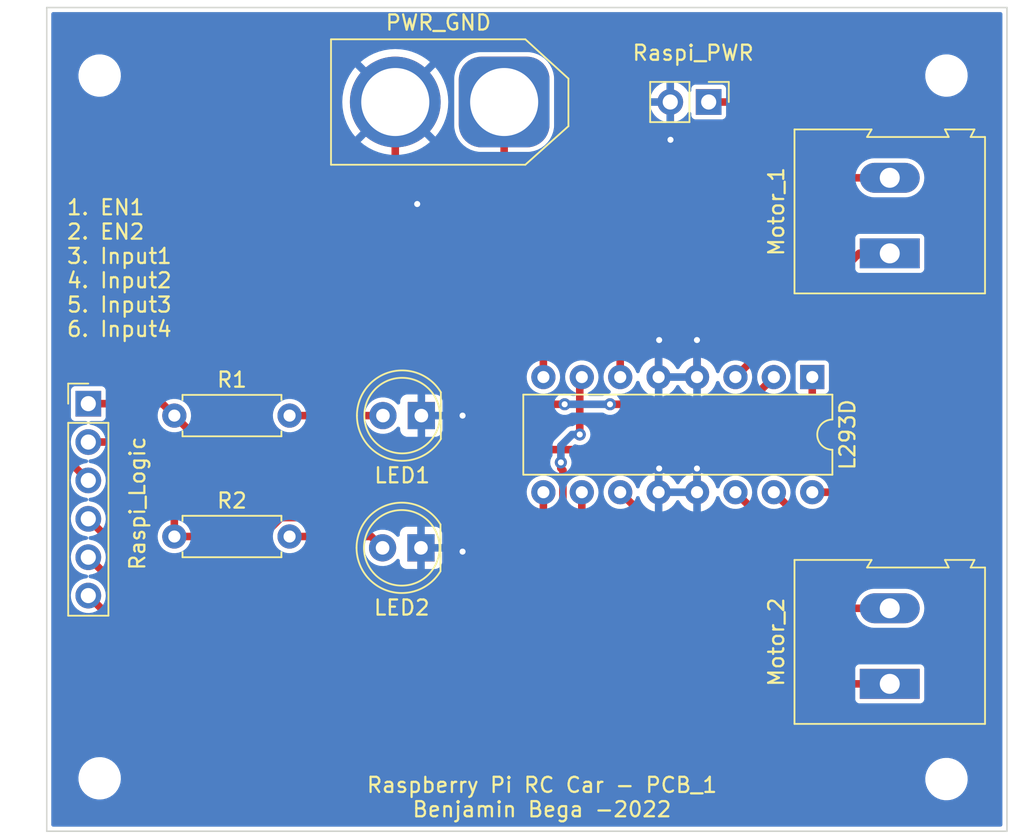
<source format=kicad_pcb>
(kicad_pcb (version 20211014) (generator pcbnew)
  (layers (0 "F.Cu" signal) (31 "B.Cu" power) (34 "B.Paste" user) (35 "F.Paste" user) (36 "B.SilkS" user "B.Silkscreen") (37 "F.SilkS" user "F.Silkscreen") (38 "B.Mask" user) (39 "F.Mask" user) (44 "Edge.Cuts" user))
  (net 0 "")
  (net 1 "GND")
  (net 2 "+7.5V")
  (net 3 "+5V")
  (net 4 "Net-(L293D1-Pad2)")
  (net 5 "Net-(LED1-Pad2)")
  (net 6 "Net-(LED2-Pad2)")
  (net 7 "Net-(L293D1-Pad3)")
  (net 8 "Net-(L293D1-Pad6)")
  (net 9 "Net-(L293D1-Pad7)")
  (net 10 "Net-(L293D1-Pad10)")
  (net 11 "Net-(L293D1-Pad11)")
  (net 12 "Net-(L293D1-Pad14)")
  (net 13 "Net-(L293D1-Pad15)")
  (net 14 "Net-(L293D1-Pad1)")
  (net 15 "Net-(L293D1-Pad9)")
  (footprint "Connector_AMASS:AMASS_XT60-F_1x02_P7.20mm_Vertical" (layer "F.Cu") (at 175.75 78.25 180)
    (fp_text reference "PWR_GND" (at 4.35 5.25) (layer "F.SilkS"))
    (fp_text value "PWR_GND")
    (fp_line (start -1.4 4.15) (end 11.45 4.15) (layer "F.SilkS") (width 0.12))
    (fp_line (start -4.25 1.55) (end -1.4 4.15) (layer "F.SilkS") (width 0.12))
    (fp_line (start 11.45 -4.15) (end -1.4 -4.15) (layer "F.SilkS") (width 0.12))
    (fp_line (start -4.25 -1.6) (end -4.25 1.55) (layer "F.SilkS") (width 0.12))
    (fp_line (start -1.4 -4.15) (end -4.25 -1.6) (layer "F.SilkS") (width 0.12))
    (fp_line (start 11.45 4.15) (end 11.45 -4.15) (layer "F.SilkS") (width 0.12))
    (pad "1" thru_hole roundrect (at 0 0 180) (size 6 6) (drill 4.5) (layers *.Cu *.Mask) (net 2 "+7.5V"))
    (pad "2" thru_hole circle (at 7.2 0 180) (size 6 6) (drill 4.5) (layers *.Cu *.Mask) (net 1 "GND"))
  )
  (footprint "LED_THT:LED_D5.0mm" (layer "F.Cu") (at 170.275 99 180)
    (fp_text reference "LED1" (at 1.27 -3.96) (layer "F.SilkS"))
    (fp_text value "LED1")
    (fp_line (start -1.29 -1.545) (end -1.29 1.545) (layer "F.SilkS") (width 0.12))
    (fp_arc (start 4.26 -0.000462) (mid 2.072002 2.880433) (end -1.29 1.54483) (layer "F.SilkS") (width 0.12))
    (fp_arc (start -1.29 -1.54483) (mid 2.072002 -2.880433) (end 4.26 0.000462) (layer "F.SilkS") (width 0.12))
    (fp_circle (center 1.27 0) (end 3.77 0) (layer "F.SilkS") (width 0.12) (fill none))
    (pad "1" thru_hole rect (at 0 0 180) (size 1.8 1.8) (drill 0.9) (layers *.Cu *.Mask) (net 1 "GND"))
    (pad "2" thru_hole circle (at 2.54 0 180) (size 1.8 1.8) (drill 0.9) (layers *.Cu *.Mask) (net 5 "Net-(LED1-Pad2)"))
  )
  (footprint "MountingHole:MountingHole_2.2mm_M2" (layer "F.Cu") (at 205 123.05)
    (fp_text reference "H3" hide)
    (fp_text value "MountingHole")
    (pad "" np_thru_hole circle (at 0 0) (size 2.2 2.2) (drill 2.2) (layers *.Cu *.Mask))
  )
  (footprint "Resistor_THT:R_Axial_DIN0207_L6.3mm_D2.5mm_P7.62mm_Horizontal" (layer "F.Cu") (at 153.94 99)
    (fp_text reference "R1" (at 3.81 -2.37) (layer "F.SilkS"))
    (fp_text value "3.3k")
    (fp_line (start 0.54 1.04) (end 0.54 1.37) (layer "F.SilkS") (width 0.12))
    (fp_line (start 7.08 -1.37) (end 7.08 -1.04) (layer "F.SilkS") (width 0.12))
    (fp_line (start 0.54 1.37) (end 7.08 1.37) (layer "F.SilkS") (width 0.12))
    (fp_line (start 0.54 -1.37) (end 7.08 -1.37) (layer "F.SilkS") (width 0.12))
    (fp_line (start 7.08 1.37) (end 7.08 1.04) (layer "F.SilkS") (width 0.12))
    (fp_line (start 0.54 -1.04) (end 0.54 -1.37) (layer "F.SilkS") (width 0.12))
    (pad "1" thru_hole circle (at 0 0) (size 1.6 1.6) (drill 0.8) (layers *.Cu *.Mask) (net 14 "Net-(L293D1-Pad1)"))
    (pad "2" thru_hole oval (at 7.62 0) (size 1.6 1.6) (drill 0.8) (layers *.Cu *.Mask) (net 5 "Net-(LED1-Pad2)"))
  )
  (footprint "Connector_PinHeader_2.54mm:PinHeader_1x06_P2.54mm_Vertical" (layer "F.Cu") (at 148.25 98.21)
    (fp_text reference "Raspi_Logic" (at 3.25 6.6 90) (layer "F.SilkS"))
    (fp_text value "PiLogicHeaders")
    (fp_line (start -1.33 0) (end -1.33 -1.33) (layer "F.SilkS") (width 0.12))
    (fp_line (start -1.33 1.27) (end -1.33 14.03) (layer "F.SilkS") (width 0.12))
    (fp_line (start 1.33 1.27) (end 1.33 14.03) (layer "F.SilkS") (width 0.12))
    (fp_line (start -1.33 1.27) (end 1.33 1.27) (layer "F.SilkS") (width 0.12))
    (fp_line (start -1.33 14.03) (end 1.33 14.03) (layer "F.SilkS") (width 0.12))
    (fp_line (start -1.33 -1.33) (end 0 -1.33) (layer "F.SilkS") (width 0.12))
    (pad "1" thru_hole rect (at 0 0) (size 1.7 1.7) (drill 1) (layers *.Cu *.Mask) (net 14 "Net-(L293D1-Pad1)"))
    (pad "2" thru_hole oval (at 0 2.54) (size 1.7 1.7) (drill 1) (layers *.Cu *.Mask) (net 15 "Net-(L293D1-Pad9)"))
    (pad "3" thru_hole oval (at 0 5.08) (size 1.7 1.7) (drill 1) (layers *.Cu *.Mask) (net 4 "Net-(L293D1-Pad2)"))
    (pad "4" thru_hole oval (at 0 7.62) (size 1.7 1.7) (drill 1) (layers *.Cu *.Mask) (net 9 "Net-(L293D1-Pad7)"))
    (pad "5" thru_hole oval (at 0 10.16) (size 1.7 1.7) (drill 1) (layers *.Cu *.Mask) (net 10 "Net-(L293D1-Pad10)"))
    (pad "6" thru_hole oval (at 0 12.7) (size 1.7 1.7) (drill 1) (layers *.Cu *.Mask) (net 13 "Net-(L293D1-Pad15)"))
  )
  (footprint "TerminalBlock:TerminalBlock_Altech_AK300-2_P5.00mm" (layer "F.Cu") (at 201.25 88.265 90)
    (fp_text reference "Motor_1" (at 2.765 -7.5 90) (layer "F.SilkS"))
    (fp_text value "MotorTerminal1")
    (fp_line (start 7.7 6.3) (end 7.7 5.35) (layer "F.SilkS") (width 0.12))
    (fp_line (start 7.7 5.35) (end 8.2 5.6) (layer "F.SilkS") (width 0.12))
    (fp_line (start 8.2 5.6) (end 8.2 3.7) (layer "F.SilkS") (width 0.12))
    (fp_line (start 8.2 3.7) (end 8.2 3.65) (layer "F.SilkS") (width 0.12))
    (fp_line (start 8.2 -1.2) (end 8.2 -6.3) (layer "F.SilkS") (width 0.12))
    (fp_line (start -2.65 -6.3) (end -2.65 6.3) (layer "F.SilkS") (width 0.12))
    (fp_line (start 7.7 -1.5) (end 8.2 -1.2) (layer "F.SilkS") (width 0.12))
    (fp_line (start 7.7 3.9) (end 7.7 -1.5) (layer "F.SilkS") (width 0.12))
    (fp_line (start -2.65 6.3) (end 7.7 6.3) (layer "F.SilkS") (width 0.12))
    (fp_line (start 8.2 3.65) (end 7.7 3.9) (layer "F.SilkS") (width 0.12))
    (fp_line (start 8.2 -6.3) (end -2.65 -6.3) (layer "F.SilkS") (width 0.12))
    (pad "1" thru_hole rect (at 0 0 90) (size 1.98 3.96) (drill 1.32) (layers *.Cu *.Mask) (net 7 "Net-(L293D1-Pad3)"))
    (pad "2" thru_hole oval (at 5 0 90) (size 1.98 3.96) (drill 1.32) (layers *.Cu *.Mask) (net 8 "Net-(L293D1-Pad6)"))
  )
  (footprint "MountingHole:MountingHole_2.2mm_M2" (layer "F.Cu") (at 149 76.5)
    (fp_text reference "H1" hide)
    (fp_text value "MountingHole")
    (pad "" np_thru_hole circle (at 0 0) (size 2.2 2.2) (drill 2.2) (layers *.Cu *.Mask))
  )
  (footprint "Resistor_THT:R_Axial_DIN0207_L6.3mm_D2.5mm_P7.62mm_Horizontal" (layer "F.Cu") (at 153.94 107)
    (fp_text reference "R2" (at 3.81 -2.37) (layer "F.SilkS"))
    (fp_text value "3.3k")
    (fp_line (start 0.54 1.04) (end 0.54 1.37) (layer "F.SilkS") (width 0.12))
    (fp_line (start 0.54 -1.04) (end 0.54 -1.37) (layer "F.SilkS") (width 0.12))
    (fp_line (start 0.54 -1.37) (end 7.08 -1.37) (layer "F.SilkS") (width 0.12))
    (fp_line (start 0.54 1.37) (end 7.08 1.37) (layer "F.SilkS") (width 0.12))
    (fp_line (start 7.08 1.37) (end 7.08 1.04) (layer "F.SilkS") (width 0.12))
    (fp_line (start 7.08 -1.37) (end 7.08 -1.04) (layer "F.SilkS") (width 0.12))
    (pad "1" thru_hole circle (at 0 0) (size 1.6 1.6) (drill 0.8) (layers *.Cu *.Mask) (net 15 "Net-(L293D1-Pad9)"))
    (pad "2" thru_hole oval (at 7.62 0) (size 1.6 1.6) (drill 0.8) (layers *.Cu *.Mask) (net 6 "Net-(LED2-Pad2)"))
  )
  (footprint "MountingHole:MountingHole_2.2mm_M2" (layer "F.Cu") (at 149 123)
    (fp_text reference "H4" hide)
    (fp_text value "MountingHole")
    (pad "" np_thru_hole circle (at 0 0) (size 2.2 2.2) (drill 2.2) (layers *.Cu *.Mask))
  )
  (footprint "TerminalBlock:TerminalBlock_Altech_AK300-2_P5.00mm" (layer "F.Cu") (at 201.25 116.75 90)
    (fp_text reference "Motor_2" (at 2.765 -7.5 90) (layer "F.SilkS"))
    (fp_text value "MotorTerminal2")
    (fp_line (start 7.7 3.9) (end 7.7 -1.5) (layer "F.SilkS") (width 0.12))
    (fp_line (start 8.2 3.7) (end 8.2 3.65) (layer "F.SilkS") (width 0.12))
    (fp_line (start 8.2 5.6) (end 8.2 3.7) (layer "F.SilkS") (width 0.12))
    (fp_line (start 8.2 -6.3) (end -2.65 -6.3) (layer "F.SilkS") (width 0.12))
    (fp_line (start 7.7 6.3) (end 7.7 5.35) (layer "F.SilkS") (width 0.12))
    (fp_line (start 7.7 5.35) (end 8.2 5.6) (layer "F.SilkS") (width 0.12))
    (fp_line (start -2.65 6.3) (end 7.7 6.3) (layer "F.SilkS") (width 0.12))
    (fp_line (start 8.2 -1.2) (end 8.2 -6.3) (layer "F.SilkS") (width 0.12))
    (fp_line (start 8.2 3.65) (end 7.7 3.9) (layer "F.SilkS") (width 0.12))
    (fp_line (start -2.65 -6.3) (end -2.65 6.3) (layer "F.SilkS") (width 0.12))
    (fp_line (start 7.7 -1.5) (end 8.2 -1.2) (layer "F.SilkS") (width 0.12))
    (pad "1" thru_hole rect (at 0 0 90) (size 1.98 3.96) (drill 1.32) (layers *.Cu *.Mask) (net 11 "Net-(L293D1-Pad11)"))
    (pad "2" thru_hole oval (at 5 0 90) (size 1.98 3.96) (drill 1.32) (layers *.Cu *.Mask) (net 12 "Net-(L293D1-Pad14)"))
  )
  (footprint "MountingHole:MountingHole_2.2mm_M2" (layer "F.Cu") (at 205 76.5)
    (fp_text reference "H2" hide)
    (fp_text value "MountingHole")
    (pad "" np_thru_hole circle (at 0 0) (size 2.2 2.2) (drill 2.2) (layers *.Cu *.Mask))
  )
  (footprint "LED_THT:LED_D5.0mm" (layer "F.Cu") (at 170.25 107.75 180)
    (fp_text reference "LED2" (at 1.27 -3.96) (layer "F.SilkS"))
    (fp_text value "LED2")
    (fp_line (start -1.29 -1.545) (end -1.29 1.545) (layer "F.SilkS") (width 0.12))
    (fp_arc (start 4.26 -0.000462) (mid 2.072002 2.880433) (end -1.29 1.54483) (layer "F.SilkS") (width 0.12))
    (fp_arc (start -1.29 -1.54483) (mid 2.072002 -2.880433) (end 4.26 0.000462) (layer "F.SilkS") (width 0.12))
    (fp_circle (center 1.27 0) (end 3.77 0) (layer "F.SilkS") (width 0.12) (fill none))
    (pad "1" thru_hole rect (at 0 0 180) (size 1.8 1.8) (drill 0.9) (layers *.Cu *.Mask) (net 1 "GND"))
    (pad "2" thru_hole circle (at 2.54 0 180) (size 1.8 1.8) (drill 0.9) (layers *.Cu *.Mask) (net 6 "Net-(LED2-Pad2)"))
  )
  (footprint "Package_DIP:DIP-16_W7.62mm" (layer "F.Cu") (at 196.125 96.45 -90)
    (fp_text reference "L293D" (at 3.81 -2.33 90) (layer "F.SilkS"))
    (fp_text value "L293D")
    (fp_line (start 6.46 19.11) (end 6.46 -1.33) (layer "F.SilkS") (width 0.12))
    (fp_line (start 1.16 -1.33) (end 1.16 19.11) (layer "F.SilkS") (width 0.12))
    (fp_line (start 2.81 -1.33) (end 1.16 -1.33) (layer "F.SilkS") (width 0.12))
    (fp_line (start 6.46 -1.33) (end 4.81 -1.33) (layer "F.SilkS") (width 0.12))
    (fp_line (start 1.16 19.11) (end 6.46 19.11) (layer "F.SilkS") (width 0.12))
    (fp_arc (start 4.81 -1.33) (mid 3.81 -0.33) (end 2.81 -1.33) (layer "F.SilkS") (width 0.12))
    (pad "1" thru_hole rect (at 0 0 270) (size 1.6 1.6) (drill 0.8) (layers *.Cu *.Mask) (net 14 "Net-(L293D1-Pad1)"))
    (pad "2" thru_hole oval (at 0 2.54 270) (size 1.6 1.6) (drill 0.8) (layers *.Cu *.Mask) (net 4 "Net-(L293D1-Pad2)"))
    (pad "3" thru_hole oval (at 0 5.08 270) (size 1.6 1.6) (drill 0.8) (layers *.Cu *.Mask) (net 7 "Net-(L293D1-Pad3)"))
    (pad "4" thru_hole oval (at 0 7.62 270) (size 1.6 1.6) (drill 0.8) (layers *.Cu *.Mask) (net 1 "GND"))
    (pad "5" thru_hole oval (at 0 10.16 270) (size 1.6 1.6) (drill 0.8) (layers *.Cu *.Mask) (net 1 "GND"))
    (pad "6" thru_hole oval (at 0 12.7 270) (size 1.6 1.6) (drill 0.8) (layers *.Cu *.Mask) (net 8 "Net-(L293D1-Pad6)"))
    (pad "7" thru_hole oval (at 0 15.24 270) (size 1.6 1.6) (drill 0.8) (layers *.Cu *.Mask) (net 9 "Net-(L293D1-Pad7)"))
    (pad "8" thru_hole oval (at 0 17.78 270) (size 1.6 1.6) (drill 0.8) (layers *.Cu *.Mask) (net 2 "+7.5V"))
    (pad "9" thru_hole oval (at 7.62 17.78 270) (size 1.6 1.6) (drill 0.8) (layers *.Cu *.Mask) (net 15 "Net-(L293D1-Pad9)"))
    (pad "10" thru_hole oval (at 7.62 15.24 270) (size 1.6 1.6) (drill 0.8) (layers *.Cu *.Mask) (net 10 "Net-(L293D1-Pad10)"))
    (pad "11" thru_hole oval (at 7.62 12.7 270) (size 1.6 1.6) (drill 0.8) (layers *.Cu *.Mask) (net 11 "Net-(L293D1-Pad11)"))
    (pad "12" thru_hole oval (at 7.62 10.16 270) (size 1.6 1.6) (drill 0.8) (layers *.Cu *.Mask) (net 1 "GND"))
    (pad "13" thru_hole oval (at 7.62 7.62 270) (size 1.6 1.6) (drill 0.8) (layers *.Cu *.Mask) (net 1 "GND"))
    (pad "14" thru_hole oval (at 7.62 5.08 270) (size 1.6 1.6) (drill 0.8) (layers *.Cu *.Mask) (net 12 "Net-(L293D1-Pad14)"))
    (pad "15" thru_hole oval (at 7.62 2.54 270) (size 1.6 1.6) (drill 0.8) (layers *.Cu *.Mask) (net 13 "Net-(L293D1-Pad15)"))
    (pad "16" thru_hole oval (at 7.62 0 270) (size 1.6 1.6) (drill 0.8) (layers *.Cu *.Mask) (net 3 "+5V"))
  )
  (footprint "Connector_PinHeader_2.54mm:PinHeader_1x02_P2.54mm_Vertical" (layer "F.Cu") (at 189.275 78.25 -90)
    (fp_text reference "Raspi_PWR" (at -3.25 1.025) (layer "F.SilkS"))
    (fp_text value "RaspiPWR/GND")
    (fp_line (start -1.33 -1.33) (end 0 -1.33) (layer "F.SilkS") (width 0.12))
    (fp_line (start -1.33 0) (end -1.33 -1.33) (layer "F.SilkS") (width 0.12))
    (fp_line (start -1.33 1.27) (end 1.33 1.27) (layer "F.SilkS") (width 0.12))
    (fp_line (start -1.33 1.27) (end -1.33 3.87) (layer "F.SilkS") (width 0.12))
    (fp_line (start 1.33 1.27) (end 1.33 3.87) (layer "F.SilkS") (width 0.12))
    (fp_line (start -1.33 3.87) (end 1.33 3.87) (layer "F.SilkS") (width 0.12))
    (pad "1" thru_hole rect (at 0 0 270) (size 1.7 1.7) (drill 1) (layers *.Cu *.Mask) (net 3 "+5V"))
    (pad "2" thru_hole oval (at 0 2.54 270) (size 1.7 1.7) (drill 1) (layers *.Cu *.Mask) (net 1 "GND"))
  )
  (gr_line (start 209 72) (end 209 126.5) (layer "Edge.Cuts") (width 0.1))
  (gr_line (start 145.5 72) (end 145.5 126.5) (layer "Edge.Cuts") (width 0.1))
  (gr_line (start 145.5 72) (end 209 72) (layer "Edge.Cuts") (width 0.1))
  (gr_line (start 145.5 126.5) (end 209 126.5) (layer "Edge.Cuts") (width 0.1))
  (gr_text "1. EN1\n2. EN2\n3. Input1\n4. Input2\n5. Input3\n6. Input4" (at 146.75 89.25) (layer "F.SilkS") (effects (font (size 1 1)) (justify left)))
  (gr_text "Raspberry Pi RC Car - PCB_1\nBenjamin Bega -2022" (at 178.25 124.25) (layer "F.SilkS") (effects (font (size 1 1))))
  (segment (start 188.505 94.005) (end 188.5 94) (width 0.5) (layer "F.Cu") (net 1))
  (segment (start 185.965 104.07) (end 185.965 102.535) (width 0.5) (layer "F.Cu") (net 1))
  (segment (start 186.735 80.735) (end 186.75 80.75) (width 0.5) (layer "F.Cu") (net 1))
  (segment (start 170.25 107.75) (end 172.75 107.75) (width 0.25) (layer "F.Cu") (net 1))
  (segment (start 186.735 78.25) (end 186.735 80.735) (width 0.5) (layer "F.Cu") (net 1))
  (segment (start 168.55 83.55) (end 170 85) (width 0.5) (layer "F.Cu") (net 1))
  (segment (start 185.965 102.535) (end 186 102.5) (width 0.5) (layer "F.Cu") (net 1))
  (segment (start 186 94) (end 185.965 94.035) (width 0.5) (layer "F.Cu") (net 1))
  (segment (start 185.965 94.035) (end 185.965 96.45) (width 0.5) (layer "F.Cu") (net 1))
  (segment (start 172.75 107.75) (end 173 108) (width 0.25) (layer "F.Cu") (net 1))
  (segment (start 188.505 96.45) (end 188.505 94.005) (width 0.5) (layer "F.Cu") (net 1))
  (segment (start 170.275 99) (end 173 99) (width 0.25) (layer "F.Cu") (net 1))
  (segment (start 168.55 78.25) (end 168.55 83.55) (width 0.5) (layer "F.Cu") (net 1))
  (segment (start 188.505 104.07) (end 188.505 102.505) (width 0.5) (layer "F.Cu") (net 1))
  (segment (start 188.505 102.505) (end 188.5 102.5) (width 0.5) (layer "F.Cu") (net 1))
  (via (at 173 99) (size 0.8) (drill 0.4) (layers "F.Cu" "B.Cu") (net 1))
  (via (at 186 102.5) (size 0.8) (drill 0.4) (layers "F.Cu" "B.Cu") (net 1))
  (via (at 170 85) (size 0.8) (drill 0.4) (layers "F.Cu" "B.Cu") (net 1))
  (via (at 173 108) (size 0.8) (drill 0.4) (layers "F.Cu" "B.Cu") (net 1))
  (via (at 188.5 102.5) (size 0.8) (drill 0.4) (layers "F.Cu" "B.Cu") (net 1))
  (via (at 186 94) (size 0.8) (drill 0.4) (layers "F.Cu" "B.Cu") (net 1))
  (via (at 186.75 80.75) (size 0.8) (drill 0.4) (layers "F.Cu" "B.Cu") (net 1))
  (via (at 188.5 94) (size 0.8) (drill 0.4) (layers "F.Cu" "B.Cu") (net 1))
  (segment (start 178.345 90.095) (end 175.75 87.5) (width 0.5) (layer "F.Cu") (net 2))
  (segment (start 178.345 96.45) (end 178.345 90.095) (width 0.5) (layer "F.Cu") (net 2))
  (segment (start 175.75 87.5) (end 175.75 78.25) (width 0.5) (layer "F.Cu") (net 2))
  (segment (start 193.5 78.25) (end 194.5 79.25) (width 0.5) (layer "F.Cu") (net 3))
  (segment (start 189.275 78.25) (end 193.5 78.25) (width 0.5) (layer "F.Cu") (net 3))
  (segment (start 194.5 79.25) (end 208.25 79.25) (width 0.5) (layer "F.Cu") (net 3))
  (segment (start 208.25 79.25) (end 208.25 94.5) (width 0.5) (layer "F.Cu") (net 3))
  (segment (start 208.25 94.5) (end 198.68 104.07) (width 0.5) (layer "F.Cu") (net 3))
  (segment (start 198.68 104.07) (end 196.125 104.07) (width 0.5) (layer "F.Cu") (net 3))
  (segment (start 182.75 98.25) (end 191.785 98.25) (width 0.5) (layer "F.Cu") (net 4))
  (segment (start 148.25 103.29) (end 146.950489 101.990489) (width 0.5) (layer "F.Cu") (net 4))
  (segment (start 174.75 95.25) (end 174.75 98.25) (width 0.5) (layer "F.Cu") (net 4))
  (segment (start 146.5 101.5) (end 146.950489 101.950489) (width 0.5) (layer "F.Cu") (net 4))
  (segment (start 174.75 98.25) (end 179.75 98.25) (width 0.5) (layer "F.Cu") (net 4))
  (segment (start 146.5 95.25) (end 146.5 101.5) (width 0.5) (layer "F.Cu") (net 4))
  (segment (start 146.5 95.25) (end 174.75 95.25) (width 0.5) (layer "F.Cu") (net 4))
  (segment (start 146.950489 101.990489) (end 146.950489 101.950489) (width 0.5) (layer "F.Cu") (net 4))
  (segment (start 191.785 98.25) (end 193.585 96.45) (width 0.5) (layer "F.Cu") (net 4))
  (via (at 182.75 98.25) (size 0.8) (drill 0.4) (layers "F.Cu" "B.Cu") (net 4))
  (via (at 179.75 98.25) (size 0.8) (drill 0.4) (layers "F.Cu" "B.Cu") (net 4))
  (segment (start 179.75 98.25) (end 182.75 98.25) (width 0.5) (layer "B.Cu") (net 4))
  (segment (start 161.56 99) (end 167.735 99) (width 0.5) (layer "F.Cu") (net 5))
  (segment (start 166.96 107) (end 167.71 107.75) (width 0.5) (layer "F.Cu") (net 6))
  (segment (start 161.56 107) (end 166.96 107) (width 0.5) (layer "F.Cu") (net 6))
  (segment (start 199.23 88.265) (end 191.045 96.45) (width 0.5) (layer "F.Cu") (net 7))
  (segment (start 201.25 88.265) (end 199.23 88.265) (width 0.5) (layer "F.Cu") (net 7))
  (segment (start 183.425 89.752213) (end 183.425 96.45) (width 0.5) (layer "F.Cu") (net 8))
  (segment (start 189.912213 83.265) (end 183.425 89.752213) (width 0.5) (layer "F.Cu") (net 8))
  (segment (start 201.25 83.265) (end 189.912213 83.265) (width 0.5) (layer "F.Cu") (net 8))
  (segment (start 179.5 102.0995) (end 179.5 102.479022) (width 0.5) (layer "F.Cu") (net 9))
  (segment (start 179.635489 102.614511) (end 179.635489 111.114511) (width 0.5) (layer "F.Cu") (net 9))
  (segment (start 179.5 102.479022) (end 179.635489 102.614511) (width 0.5) (layer "F.Cu") (net 9))
  (segment (start 178.25 112.5) (end 154.92 112.5) (width 0.5) (layer "F.Cu") (net 9))
  (segment (start 180.75 100.25) (end 180.75 96.585) (width 0.5) (layer "F.Cu") (net 9))
  (segment (start 179.635489 111.114511) (end 178.25 112.5) (width 0.5) (layer "F.Cu") (net 9))
  (segment (start 154.92 112.5) (end 148.25 105.83) (width 0.5) (layer "F.Cu") (net 9))
  (segment (start 180.75 96.585) (end 180.885 96.45) (width 0.5) (layer "F.Cu") (net 9))
  (via (at 180.75 100.25) (size 0.8) (drill 0.4) (layers "F.Cu" "B.Cu") (net 9))
  (via (at 179.5 102.0995) (size 0.8) (drill 0.4) (layers "F.Cu" "B.Cu") (net 9))
  (segment (start 179.5 102.0995) (end 179.5 101) (width 0.5) (layer "B.Cu") (net 9))
  (segment (start 180.25 100.25) (end 180.75 100.25) (width 0.5) (layer "B.Cu") (net 9))
  (segment (start 179.5 101) (end 180.25 100.25) (width 0.5) (layer "B.Cu") (net 9))
  (segment (start 148.25 108.37) (end 154.38 114.5) (width 0.5) (layer "F.Cu") (net 10))
  (segment (start 180.885 114.365) (end 180.885 104.07) (width 0.5) (layer "F.Cu") (net 10))
  (segment (start 154.38 114.5) (end 180.75 114.5) (width 0.5) (layer "F.Cu") (net 10))
  (segment (start 180.75 114.5) (end 180.885 114.365) (width 0.5) (layer "F.Cu") (net 10))
  (segment (start 196.105 116.75) (end 201.25 116.75) (width 0.5) (layer "F.Cu") (net 11))
  (segment (start 183.425 104.07) (end 196.105 116.75) (width 0.5) (layer "F.Cu") (net 11))
  (segment (start 191.045 104.07) (end 198.725 111.75) (width 0.5) (layer "F.Cu") (net 12))
  (segment (start 198.725 111.75) (end 201.25 111.75) (width 0.5) (layer "F.Cu") (net 12))
  (segment (start 208.25 106.75) (end 207.5 106) (width 0.5) (layer "F.Cu") (net 13))
  (segment (start 194.75 106) (end 194.75 105.235) (width 0.5) (layer "F.Cu") (net 13))
  (segment (start 208.25 120.25) (end 208.25 106.75) (width 0.5) (layer "F.Cu") (net 13))
  (segment (start 148.25 110.91) (end 157.59 120.25) (width 0.5) (layer "F.Cu") (net 13))
  (segment (start 157.59 120.25) (end 208.25 120.25) (width 0.5) (layer "F.Cu") (net 13))
  (segment (start 207.5 106) (end 194.75 106) (width 0.5) (layer "F.Cu") (net 13))
  (segment (start 194.75 105.235) (end 193.585 104.07) (width 0.5) (layer "F.Cu") (net 13))
  (segment (start 184 100) (end 194.75 100) (width 0.5) (layer "F.Cu") (net 14))
  (segment (start 182.75 101.25) (end 184 100) (width 0.5) (layer "F.Cu") (net 14))
  (segment (start 153.94 99) (end 156.19 101.25) (width 0.5) (layer "F.Cu") (net 14))
  (segment (start 153.15 98.21) (end 153.94 99) (width 0.5) (layer "F.Cu") (net 14))
  (segment (start 196.125 98.625) (end 196.125 96.45) (width 0.5) (layer "F.Cu") (net 14))
  (segment (start 148.25 98.21) (end 153.15 98.21) (width 0.5) (layer "F.Cu") (net 14))
  (segment (start 156.19 101.25) (end 182.75 101.25) (width 0.5) (layer "F.Cu") (net 14))
  (segment (start 194.75 100) (end 196.125 98.625) (width 0.5) (layer "F.Cu") (net 14))
  (segment (start 148.25 100.75) (end 153.75 100.75) (width 0.5) (layer "F.Cu") (net 15))
  (segment (start 153.94 101.06) (end 153.94 107) (width 0.5) (layer "F.Cu") (net 15))
  (segment (start 178.25 105.75) (end 178.345 105.655) (width 0.5) (layer "F.Cu") (net 15))
  (segment (start 161 105.75) (end 178.25 105.75) (width 0.5) (layer "F.Cu") (net 15))
  (segment (start 178.345 105.655) (end 178.345 104.07) (width 0.5) (layer "F.Cu") (net 15))
  (segment (start 154 101) (end 153.94 101.06) (width 0.5) (layer "F.Cu") (net 15))
  (segment (start 153.75 100.75) (end 154 101) (width 0.5) (layer "F.Cu") (net 15))
  (segment (start 159.75 107) (end 161 105.75) (width 0.5) (layer "F.Cu") (net 15))
  (segment (start 153.94 107) (end 159.75 107) (width 0.5) (layer "F.Cu") (net 15))
  (zone (net 1) (net_name "GND") (layer "B.Cu") (connect_pads (clearance 0.3)) (min_thickness 0.25) (fill yes (thermal_gap 0.5) (thermal_bridge_width 0.5))
    (polygon (pts (xy 209.5 127) (xy 145 127) (xy 144.75 71.5) (xy 209.5 71.5)))
  )
)
</source>
